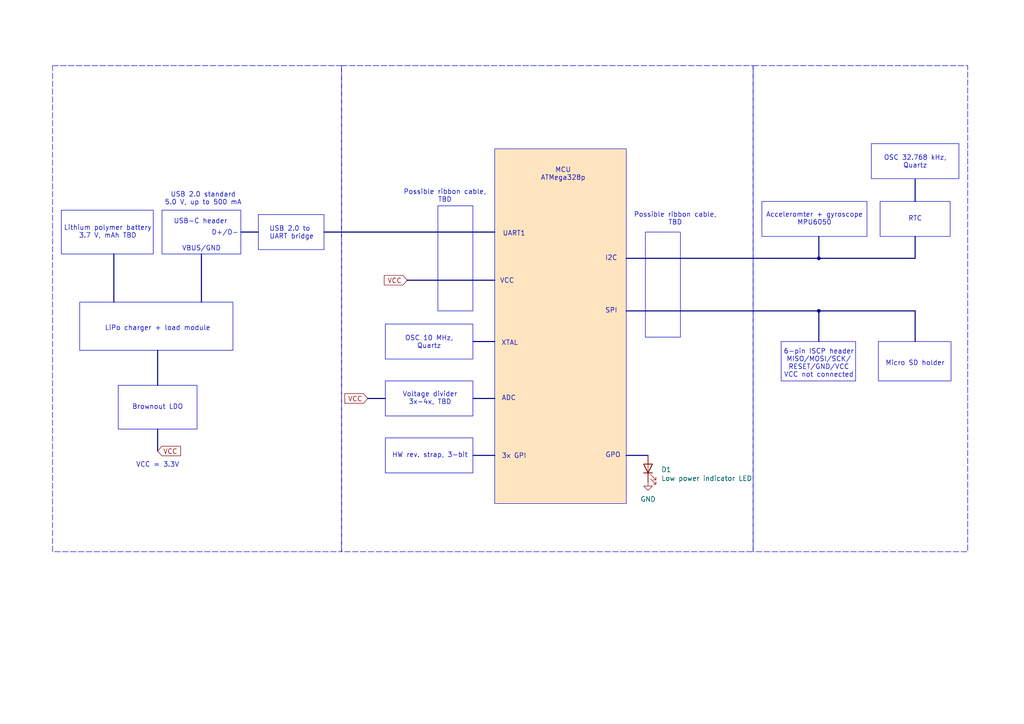
<source format=kicad_sch>
(kicad_sch (version 20231120) (generator "eeschema") (generator_version "8.0")
  (paper "A4")
  (lib_symbols
    (symbol "Device:LED" (pin_numbers hide) (pin_names (offset 1.016) hide)
      (property "Reference" "D" (at 0 2.54 0))
      (property "Value" "LED" (at 0 -2.54 0))
      (symbol "LED_0_1"
        (polyline (pts (xy -1.27 -1.27) (xy -1.27 1.27)) (stroke (width 0.254)))
        (polyline (pts (xy -1.27 0) (xy 1.27 0)))
        (polyline (pts (xy 1.27 -1.27) (xy 1.27 1.27) (xy -1.27 0) (xy 1.27 -1.27)) (stroke (width 0.254)))
        (polyline (pts (xy -3.048 -0.762) (xy -4.572 -2.286) (xy -3.81 -2.286) (xy -4.572 -2.286) (xy -4.572 -1.524)))
        (polyline (pts (xy -1.778 -0.762) (xy -3.302 -2.286) (xy -2.54 -2.286) (xy -3.302 -2.286) (xy -3.302 -1.524)))
      )
      (symbol "LED_1_1"
        (pin passive line (at -3.81 0 0) (length 2.54) (name "K") (number "1"))
        (pin passive line (at 3.81 0 180) (length 2.54) (name "A") (number "2"))
      )
    )
    (symbol "power:GND" (power) (pin_numbers hide) (pin_names (offset 0) hide)
      (property "Value" "GND" (at 0 -3.81 0))
      (symbol "GND_0_1"
        (polyline (pts (xy 0 0) (xy 0 -1.27) (xy 1.27 -1.27) (xy 0 -2.54) (xy -1.27 -1.27) (xy 0 -1.27)))
      )
      (symbol "GND_1_1"
        (pin power_in line (at 0 0 270) (length 0) (name "~") (number "1"))
      )
    )
  )
  (junction (at 237.49 74.93))
  (junction (at 237.49 90.17))
  (bus (pts (xy 181.61 74.93) (xy 237.49 74.93)))
  (bus (pts (xy 45.72 101.6) (xy 45.72 111.76)))
  (bus (pts (xy 58.42 73.66) (xy 58.42 87.63)))
  (bus (pts (xy 137.16 115.57) (xy 143.51 115.57)))
  (bus (pts (xy 69.85 67.31) (xy 74.93 67.31)))
  (bus (pts (xy 237.49 90.17) (xy 265.43 90.17)))
  (bus (pts (xy 265.43 90.17) (xy 265.43 99.06)))
  (bus (pts (xy 137.16 132.08) (xy 143.51 132.08)))
  (bus (pts (xy 237.49 90.17) (xy 237.49 99.06)))
  (bus (pts (xy 93.98 67.31) (xy 143.51 67.31)))
  (bus (pts (xy 265.43 68.58) (xy 265.43 74.93)))
  (bus (pts (xy 265.43 52.07) (xy 265.43 58.42)))
  (bus (pts (xy 137.16 99.06) (xy 143.51 99.06)))
  (bus (pts (xy 237.49 68.58) (xy 237.49 74.93)))
  (bus (pts (xy 181.61 90.17) (xy 237.49 90.17)))
  (bus (pts (xy 33.02 73.66) (xy 33.02 87.63)))
  (bus (pts (xy 45.72 124.46) (xy 45.72 130.81)))
  (bus (pts (xy 181.61 132.08) (xy 187.96 132.08)))
  (bus (pts (xy 118.11 81.28) (xy 143.51 81.28)))
  (bus (pts (xy 265.43 74.93) (xy 237.49 74.93)))
  (bus (pts (xy 106.68 115.57) (xy 111.76 115.57)))
  (rectangle (start 127 59.69) (end 137.16 90.17))
  (rectangle (start 111.76 110.49) (end 137.16 120.65))
  (rectangle (start 15.24 19.05) (end 99.06 160.02) (stroke (width 0) (type dash)))
  (rectangle (start 34.29 111.76) (end 57.15 124.46))
  (rectangle (start 143.51 43.18) (end 181.61 146.05) (fill (type color) (color 255 229 191 1)))
  (rectangle (start 254.762 99.06) (end 275.844 110.49))
  (rectangle (start 220.98 58.42) (end 251.46 68.58))
  (rectangle (start 187.198 67.31) (end 197.358 97.79))
  (rectangle (start 255.27 58.42) (end 275.59 68.58))
  (rectangle (start 99.06 19.05) (end 218.44 160.02) (stroke (width 0) (type dash)))
  (rectangle (start 218.44 19.05) (end 280.67 160.02) (stroke (width 0) (type dash)))
  (rectangle (start 226.568 99.06) (end 248.158 110.49))
  (rectangle (start 74.93 62.23) (end 93.98 72.39))
  (rectangle (start 23.114 87.63) (end 67.564 101.6))
  (rectangle (start 17.78 60.96) (end 44.45 73.66))
  (rectangle (start 111.76 93.98) (end 137.16 104.14))
  (rectangle (start 252.73 41.656) (end 278.13 51.816))
  (rectangle (start 111.76 127) (end 137.16 137.16))
  (rectangle (start 46.99 60.96) (end 69.85 73.66))
  (text "VCC = 3.3V" (at 45.72 134.874 0) (effects (font (size 1.397 1.397))))
  (text "RTC" (at 265.43 63.5 0) (effects (font (size 1.397 1.397))))
  (text "Voltage divider\n3x-4x, TBD" (at 124.714 115.57 0) (effects (font (size 1.397 1.397))))
  (text "OSC 32.768 kHz,\nQuartz" (at 265.43 46.99 0) (effects (font (size 1.397 1.397))))
  (text "GPO" (at 177.8 132.08 0) (effects (font (size 1.397 1.397))))
  (text "Acceleromter + gyroscope\nMPU6050" (at 236.22 63.5 0) (effects (font (size 1.397 1.397))))
  (text "6-pin ISCP header\nMISO/MOSI/SCK/\nRESET/GND/VCC\nVCC not connected" (at 237.49 105.41 0) (effects (font (size 1.397 1.397))))
  (text "I2C" (at 177.292 74.93 0) (effects (font (size 1.397 1.397))))
  (text "3x GPI" (at 149.098 132.334 0) (effects (font (size 1.397 1.397))))
  (text "Micro SD holder" (at 265.43 105.41 0) (effects (font (size 1.397 1.397))))
  (text "USB 2.0 standard\n5.0 V, up to 500 mA" (at 58.928 57.658 0) (effects (font (size 1.397 1.397))))
  (text "HW rev. strap, 3-bit" (at 124.714 132.08 0) (effects (font (size 1.397 1.397))))
  (text "MCU\nATMega328p" (at 163.322 50.546 0) (effects (font (size 1.397 1.397))))
  (text "ADC" (at 147.574 115.57 0) (effects (font (size 1.397 1.397))))
  (text "UART1" (at 149.098 67.818 0) (effects (font (size 1.397 1.397))))
  (text "Lithium polymer battery\n3.7 V, mAh TBD" (at 31.242 67.31 0) (effects (font (size 1.397 1.397))))
  (text "VBUS/GND" (at 58.42 72.136 0) (effects (font (size 1.397 1.397))))
  (text "D+/D-" (at 65.278 67.564 0) (effects (font (size 1.397 1.397))))
  (text "SPI" (at 177.292 90.17 0) (effects (font (size 1.397 1.397))))
  (text "Brownout LDO" (at 45.72 118.11 0) (effects (font (size 1.397 1.397))))
  (text "Possible ribbon cable,\nTBD" (at 129.032 56.896 0) (effects (font (size 1.397 1.397))))
  (text "VCC" (at 147.066 81.534 0) (effects (font (size 1.397 1.397))))
  (text "USB-C header" (at 58.166 64.262 0) (effects (font (size 1.397 1.397))))
  (text "Possible ribbon cable,\nTBD" (at 195.834 63.5 0) (effects (font (size 1.397 1.397))))
  (text "XTAL" (at 147.828 99.568 0) (effects (font (size 1.397 1.397))))
  (text "USB 2.0 to \nUART bridge" (at 84.582 67.564 0) (effects (font (size 1.397 1.397))))
  (text "LiPo charger + load module" (at 45.72 95.25 0) (effects (font (size 1.397 1.397))))
  (text "OSC 10 MHz,\nQuartz" (at 124.46 99.314 0) (effects (font (size 1.397 1.397))))
  (global_label "VCC" (shape input) (at 118.11 81.28 180) (effects (font (size 1.397 1.397))) (property "Intersheetrefs" "${INTERSHEET_REFS}" (effects (hide yes))))
  (global_label "VCC" (shape input) (at 106.68 115.57 180) (effects (font (size 1.397 1.397))) (property "Intersheetrefs" "${INTERSHEET_REFS}" (effects (hide yes))))
  (global_label "VCC" (shape input) (at 45.72 130.81 0) (effects (font (size 1.397 1.397))) (property "Intersheetrefs" "${INTERSHEET_REFS}" (effects (hide yes))))
  (symbol (lib_id "power:GND") (at 187.96 139.7 0) (unit 1)
    (property "Reference" "#PWR01" (effects (hide yes)))
    (property "Value" "GND" (at 187.96 144.78 0) (effects (font (size 1.397 1.397))))
    (property "Description" "Power symbol creates a global label with name \"GND\" , ground" (effects (hide yes)))
  )
  (symbol (lib_id "Device:LED") (at 187.96 135.89 90) (unit 1)
    (property "Reference" "D1" (at 191.77 136.2074 90) (effects (font (size 1.397 1.397)) (justify right)))
    (property "Value" "Low power indicator LED" (at 191.77 138.7474 90) (effects (font (size 1.397 1.397)) (justify right)))
    (property "Description" "Light emitting diode" (effects (hide yes)))
  )
)
</source>
